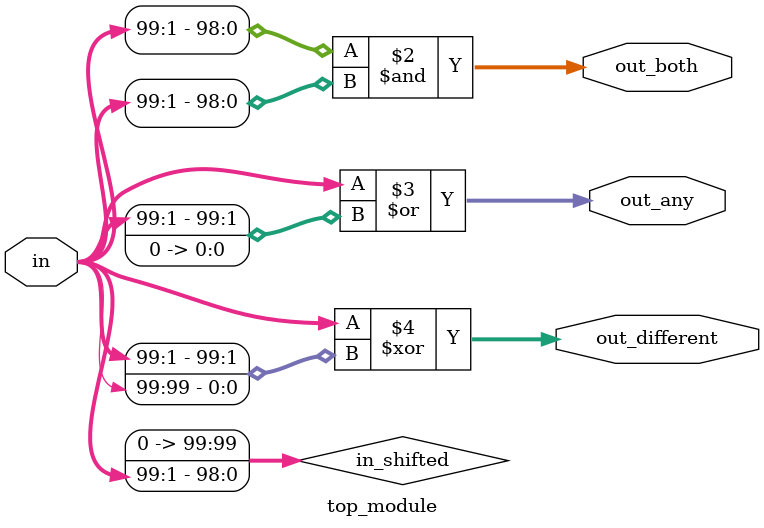
<source format=sv>
module top_module (
    input [99:0] in,
    output [98:0] out_both,
    output [99:0] out_any,
    output [99:0] out_different
);

    wire [99:0] in_shifted;

    // Shift the input by one bit to the right
    assign in_shifted = in >> 1;

    // Generate out_both by performing bit-wise AND operation
    assign out_both = in[99:1] & in_shifted[98:0];

    // Generate out_any by performing bit-wise OR operation
    assign out_any = in | {in_shifted[98:0], 1'b0};

    // Generate out_different by performing bit-wise XOR operation
    assign out_different = in ^ {in_shifted[98:0], in[99]};

endmodule

</source>
